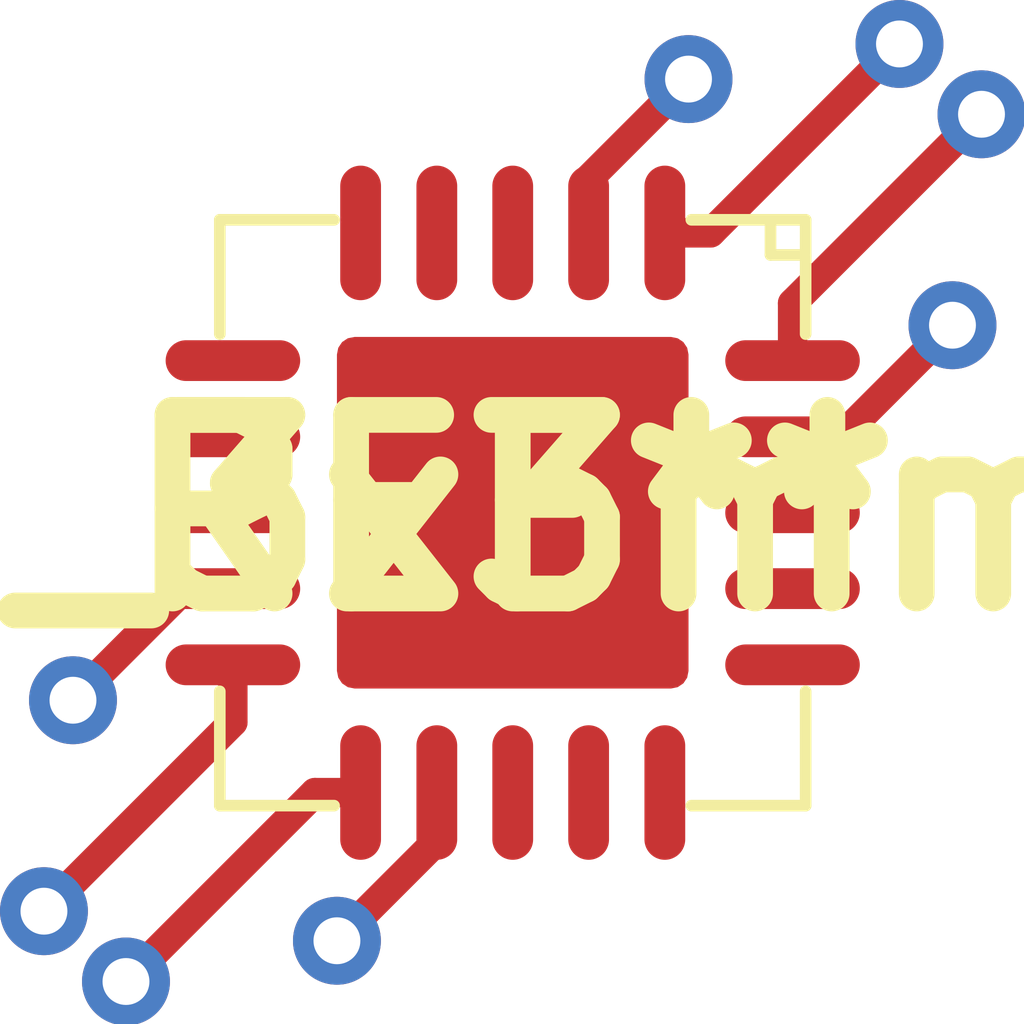
<source format=kicad_pcb>
(kicad_pcb (version 4) (host pcbnew 4.1.0-alpha+201608131231+7028~46~ubuntu16.04.1-product)

  (general
    (links 0)
    (no_connects 0)
    (area 61.571886 97.349999 101.828115 107.250002)
    (thickness 1.6)
    (drawings 0)
    (tracks 25)
    (zones 0)
    (modules 1)
    (nets 1)
  )

  (page A4)
  (layers
    (0 F.Cu signal)
    (31 B.Cu signal)
    (32 B.Adhes user)
    (33 F.Adhes user)
    (34 B.Paste user)
    (35 F.Paste user)
    (36 B.SilkS user hide)
    (37 F.SilkS user hide)
    (38 B.Mask user hide)
    (39 F.Mask user hide)
    (40 Dwgs.User user hide)
    (41 Cmts.User user)
    (42 Eco1.User user)
    (43 Eco2.User user)
    (44 Edge.Cuts user)
    (45 Margin user)
    (46 B.CrtYd user hide)
    (47 F.CrtYd user hide)
    (48 B.Fab user)
    (49 F.Fab user hide)
  )

  (setup
    (last_trace_width 0.25)
    (trace_clearance 0.2)
    (zone_clearance 0.508)
    (zone_45_only no)
    (trace_min 0.2)
    (segment_width 0.2)
    (edge_width 0.15)
    (via_size 0.8)
    (via_drill 0.4)
    (via_min_size 0.4)
    (via_min_drill 0.3)
    (uvia_size 0.3)
    (uvia_drill 0.1)
    (uvias_allowed no)
    (uvia_min_size 0.2)
    (uvia_min_drill 0.1)
    (pcb_text_width 0.3)
    (pcb_text_size 1.5 1.5)
    (mod_edge_width 0.15)
    (mod_text_size 1 1)
    (mod_text_width 0.15)
    (pad_size 3 3)
    (pad_drill 0)
    (pad_to_mask_clearance 0.2)
    (aux_axis_origin 0 0)
    (visible_elements FFFFFF7F)
    (pcbplotparams
      (layerselection 0x00030_ffffffff)
      (usegerberextensions false)
      (excludeedgelayer true)
      (linewidth 0.100000)
      (plotframeref false)
      (viasonmask false)
      (mode 1)
      (useauxorigin false)
      (hpglpennumber 1)
      (hpglpenspeed 20)
      (hpglpendiameter 15)
      (psnegative false)
      (psa4output false)
      (plotreference true)
      (plotvalue true)
      (plotinvisibletext false)
      (padsonsilk false)
      (subtractmaskfromsilk false)
      (outputformat 1)
      (mirror false)
      (drillshape 0)
      (scaleselection 1)
      (outputdirectory gerber))
  )

  (net 0 "")

  (net_class Default "This is the default net class."
    (clearance 0.2)
    (trace_width 0.25)
    (via_dia 0.8)
    (via_drill 0.4)
    (uvia_dia 0.3)
    (uvia_drill 0.1)
  )

  (module tinkerforge-libraries:QFN-20-5x5 (layer F.Cu) (tedit 57B37B57) (tstamp 57C2E0A5)
    (at 81.7 102.3 180)
    (fp_text reference REF** (at 0 0 180) (layer F.SilkS)
      (effects (font (thickness 0.3048)))
    )
    (fp_text value QFN-16-1EP_3x3mm_Pitch0.5mm (at 0 0 180) (layer F.SilkS)
      (effects (font (thickness 0.3048)))
    )
    (fp_line (start -2.49936 -2.49936) (end -1.524 -2.49936) (layer F.SilkS) (width 0.09906))
    (fp_line (start 1.524 -2.49936) (end 2.49936 -2.49936) (layer F.SilkS) (width 0.09906))
    (fp_line (start 2.49936 -2.49936) (end 2.49936 -1.524) (layer F.SilkS) (width 0.09906))
    (fp_line (start 2.49936 1.524) (end 2.49936 2.49936) (layer F.SilkS) (width 0.09906))
    (fp_line (start -2.49936 2.49936) (end -1.524 2.49936) (layer F.SilkS) (width 0.09906))
    (fp_line (start 1.524 2.49936) (end 2.49936 2.49936) (layer F.SilkS) (width 0.09906))
    (fp_line (start -2.49936 -2.49936) (end -2.49936 -1.524) (layer F.SilkS) (width 0.09906))
    (fp_line (start -2.49936 1.524) (end -2.49936 2.49936) (layer F.SilkS) (width 0.09906))
    (fp_line (start -2.49936 2.19964) (end -2.19964 2.19964) (layer F.SilkS) (width 0.09906))
    (fp_line (start -2.19964 2.19964) (end -2.19964 2.49936) (layer F.SilkS) (width 0.09906))
    (pad 1 smd oval (at -1.29794 2.3876) (size 0.34798 1.14808) (layers F.Cu F.Paste F.Mask))
    (pad 2 smd oval (at -0.6477 2.3876) (size 0.34798 1.14808) (layers F.Cu F.Paste F.Mask))
    (pad 3 smd oval (at 0 2.3876) (size 0.34798 1.14808) (layers F.Cu F.Paste F.Mask))
    (pad 4 smd oval (at 0.6477 2.3876) (size 0.34798 1.14808) (layers F.Cu F.Paste F.Mask))
    (pad 5 smd oval (at 1.29794 2.3876) (size 0.34798 1.14808) (layers F.Cu F.Paste F.Mask))
    (pad 6 smd oval (at 2.3876 1.29794 90) (size 0.34798 1.14808) (layers F.Cu F.Paste F.Mask))
    (pad 7 smd oval (at 2.3876 0.6477 90) (size 0.34798 1.14808) (layers F.Cu F.Paste F.Mask))
    (pad 8 smd oval (at 2.3876 0 90) (size 0.34798 1.14808) (layers F.Cu F.Paste F.Mask))
    (pad 9 smd oval (at 2.3876 -0.6477 90) (size 0.34798 1.14808) (layers F.Cu F.Paste F.Mask))
    (pad 10 smd oval (at 2.3876 -1.29794 90) (size 0.34798 1.14808) (layers F.Cu F.Paste F.Mask))
    (pad 11 smd oval (at 1.29794 -2.3876 180) (size 0.34798 1.14808) (layers F.Cu F.Paste F.Mask))
    (pad 12 smd oval (at 0.6477 -2.3876 180) (size 0.34798 1.14808) (layers F.Cu F.Paste F.Mask))
    (pad 13 smd oval (at 0 -2.3876 180) (size 0.34798 1.14808) (layers F.Cu F.Paste F.Mask))
    (pad 14 smd oval (at -0.6477 -2.3876 180) (size 0.34798 1.14808) (layers F.Cu F.Paste F.Mask))
    (pad 15 smd oval (at -1.29794 -2.3876 180) (size 0.34798 1.14808) (layers F.Cu F.Paste F.Mask))
    (pad 16 smd oval (at -2.3876 -1.29794 270) (size 0.34798 1.14808) (layers F.Cu F.Paste F.Mask))
    (pad 17 smd oval (at -2.3876 -0.6477 270) (size 0.34798 1.14808) (layers F.Cu F.Paste F.Mask))
    (pad 18 smd oval (at -2.3876 0 270) (size 0.34798 1.14808) (layers F.Cu F.Paste F.Mask))
    (pad 19 smd oval (at -2.3876 0.6477 270) (size 0.34798 1.14808) (layers F.Cu F.Paste F.Mask))
    (pad 20 smd oval (at -2.3876 1.29794 270) (size 0.34798 1.14808) (layers F.Cu F.Paste F.Mask))
    (pad EP smd roundrect (at 0 0 180) (size 3 3) (layers F.Cu F.Paste F.Mask)(roundrect_rratio 0.05))
  )

  (segment (start 82.99794 99.9124) (end 83.3876 99.9124) (width 0.25) (layer F.Cu) (net 0))
  (segment (start 83.3876 99.9124) (end 83.4 99.9) (width 0.25) (layer F.Cu) (net 0))
  (segment (start 84.0876 101.00206) (end 84.0876 100.5124) (width 0.25) (layer F.Cu) (net 0))
  (segment (start 84.0876 100.5124) (end 84.1 100.5) (width 0.25) (layer F.Cu) (net 0))
  (segment (start 79.3124 103.59794) (end 79.3124 104.0876) (width 0.25) (layer F.Cu) (net 0))
  (segment (start 80.40206 104.6876) (end 80.0124 104.6876) (width 0.25) (layer F.Cu) (net 0))
  (via (at 83.2 98.6) (size 0.75) (drill 0.4) (layers F.Cu B.Cu) (net 0) (tstamp 57B473FB))
  (segment (start 82.3477 99.4523) (end 83.2 98.6) (width 0.25) (layer F.Cu) (net 0) (tstamp 57B473FA))
  (segment (start 83.4 99.9) (end 85.0124 98.2876) (width 0.25) (layer F.Cu) (net 0) (tstamp 57B473F8))
  (via (at 85 98.3) (size 0.75) (drill 0.4) (layers F.Cu B.Cu) (net 0) (tstamp 57B473F7))
  (via (at 85.7 98.9) (size 0.75) (drill 0.4) (layers F.Cu B.Cu) (net 0) (tstamp 57B473F6))
  (segment (start 85.7124 98.8876) (end 84.1 100.5) (width 0.25) (layer F.Cu) (net 0) (tstamp 57B473F5))
  (via (at 85.4523 100.7) (size 0.75) (drill 0.4) (layers F.Cu B.Cu) (net 0) (tstamp 57B473F4))
  (segment (start 84.5 101.6523) (end 85.4523 100.7) (width 0.25) (layer F.Cu) (net 0) (tstamp 57B473F2))
  (segment (start 79.3124 102.9477) (end 78.9523 102.9477) (width 0.25) (layer F.Cu) (net 0))
  (segment (start 78.9 102.9477) (end 77.9477 103.9) (width 0.25) (layer F.Cu) (net 0))
  (via (at 77.9477 103.9) (size 0.75) (drill 0.4) (layers F.Cu B.Cu) (net 0))
  (segment (start 81.0523 104.6876) (end 81.0523 105.0477) (width 0.25) (layer F.Cu) (net 0))
  (segment (start 81.0523 105.1) (end 80.2 105.9523) (width 0.25) (layer F.Cu) (net 0))
  (via (at 80.2 105.9523) (size 0.75) (drill 0.4) (layers F.Cu B.Cu) (net 0))
  (segment (start 77.7 105.7) (end 79.3124 104.0876) (width 0.25) (layer F.Cu) (net 0))
  (segment (start 80.0124 104.6876) (end 78.4 106.3) (width 0.25) (layer F.Cu) (net 0))
  (via (at 78.4 106.3) (size 0.75) (drill 0.4) (layers F.Cu B.Cu) (net 0))
  (via (at 77.7 105.7) (size 0.75) (drill 0.4) (layers F.Cu B.Cu) (net 0))
  (segment (start 82.3477 99.9124) (end 82.3477 99.4523) (width 0.25) (layer F.Cu) (net 0))

)

</source>
